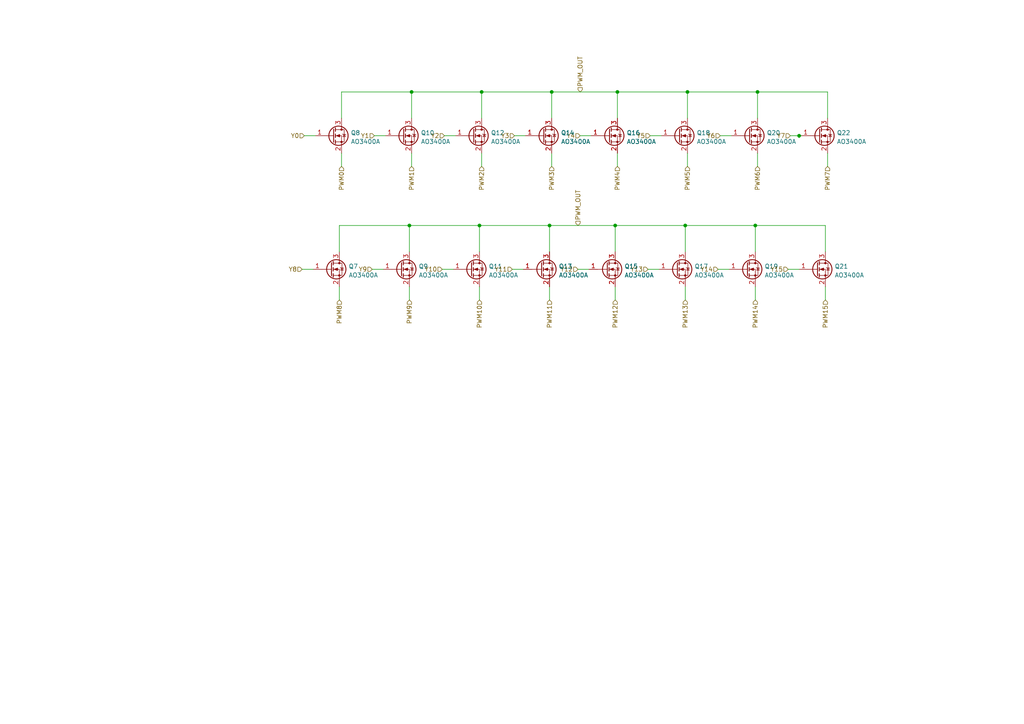
<source format=kicad_sch>
(kicad_sch (version 20211123) (generator eeschema)
  (paper "A4")
  (lib_symbols
    (symbol "Transistor_FET:AO3400A" (pin_names hide)
      (property "Reference" "Q" (at 5.08 1.905 0))
      (property "Value" "AO3400A" (at 5.08 0 0))
      (symbol "AO3400A_0_1"
        (polyline (pts (xy 0.254 0) (xy -2.54 0)))
        (polyline (pts (xy 0.254 1.905) (xy 0.254 -1.905)) (stroke (width 0.254)))
        (polyline (pts (xy 0.762 -1.27) (xy 0.762 -2.286)) (stroke (width 0.254)))
        (polyline (pts (xy 0.762 0.508) (xy 0.762 -0.508)) (stroke (width 0.254)))
        (polyline (pts (xy 0.762 2.286) (xy 0.762 1.27)) (stroke (width 0.254)))
        (polyline (pts (xy 2.54 2.54) (xy 2.54 1.778)))
        (polyline (pts (xy 2.54 -2.54) (xy 2.54 0) (xy 0.762 0)))
        (polyline (pts (xy 0.762 -1.778) (xy 3.302 -1.778) (xy 3.302 1.778) (xy 0.762 1.778)))
        (polyline (pts (xy 1.016 0) (xy 2.032 0.381) (xy 2.032 -0.381) (xy 1.016 0)) (fill (type outline)))
        (polyline (pts (xy 2.794 0.508) (xy 2.921 0.381) (xy 3.683 0.381) (xy 3.81 0.254)))
        (polyline (pts (xy 3.302 0.381) (xy 2.921 -0.254) (xy 3.683 -0.254) (xy 3.302 0.381)))
        (circle (center 1.651 0) (radius 2.794) (stroke (width 0.254)))
        (circle (center 2.54 -1.778) (radius 0.254) (fill (type outline)))
        (circle (center 2.54 1.778) (radius 0.254) (fill (type outline)))
      )
      (symbol "AO3400A_1_1"
        (pin input line (at -5.08 0 0) (length 2.54) (name "G") (number "1"))
        (pin passive line (at 2.54 -5.08 90) (length 2.54) (name "S") (number "2"))
        (pin passive line (at 2.54 5.08 270) (length 2.54) (name "D") (number "3"))
      )
    )
  )
  (junction (at 159.385 65.405))
  (junction (at 139.065 65.405))
  (junction (at 198.755 65.405))
  (junction (at 119.38 26.67))
  (junction (at 231.775 39.37))
  (junction (at 160.02 26.67))
  (junction (at 219.71 26.67))
  (junction (at 219.075 65.405))
  (junction (at 179.07 26.67))
  (junction (at 139.7 26.67))
  (junction (at 178.435 65.405))
  (junction (at 199.39 26.67))
  (junction (at 118.745 65.405))
  (wire (pts (xy 119.38 26.67) (xy 119.38 34.29)))
  (wire (pts (xy 228.6 78.105) (xy 231.775 78.105)))
  (wire (pts (xy 178.435 83.185) (xy 178.435 86.995)))
  (wire (pts (xy 199.39 44.45) (xy 199.39 48.26)))
  (wire (pts (xy 167.64 78.105) (xy 170.815 78.105)))
  (wire (pts (xy 187.96 78.105) (xy 191.135 78.105)))
  (wire (pts (xy 139.7 26.67) (xy 139.7 34.29)))
  (wire (pts (xy 118.745 65.405) (xy 118.745 73.025)))
  (wire (pts (xy 98.425 65.405) (xy 98.425 73.025)))
  (wire (pts (xy 119.38 44.45) (xy 119.38 48.26)))
  (wire (pts (xy 178.435 73.025) (xy 178.435 65.405)))
  (wire (pts (xy 160.02 26.67) (xy 179.07 26.67)))
  (wire (pts (xy 139.065 65.405) (xy 118.745 65.405)))
  (wire (pts (xy 118.745 83.185) (xy 118.745 86.995)))
  (wire (pts (xy 107.95 78.105) (xy 111.125 78.105)))
  (wire (pts (xy 148.59 78.105) (xy 151.765 78.105)))
  (wire (pts (xy 159.385 83.185) (xy 159.385 86.995)))
  (wire (pts (xy 219.71 44.45) (xy 219.71 48.26)))
  (wire (pts (xy 128.27 78.105) (xy 131.445 78.105)))
  (wire (pts (xy 179.07 34.29) (xy 179.07 26.67)))
  (wire (pts (xy 229.235 39.37) (xy 231.775 39.37)))
  (wire (pts (xy 108.585 39.37) (xy 111.76 39.37)))
  (wire (pts (xy 239.395 83.185) (xy 239.395 86.995)))
  (wire (pts (xy 87.63 78.105) (xy 90.805 78.105)))
  (wire (pts (xy 88.265 39.37) (xy 91.44 39.37)))
  (wire (pts (xy 199.39 34.29) (xy 199.39 26.67)))
  (wire (pts (xy 98.425 83.185) (xy 98.425 86.995)))
  (wire (pts (xy 139.7 26.67) (xy 119.38 26.67)))
  (wire (pts (xy 160.02 44.45) (xy 160.02 48.26)))
  (wire (pts (xy 219.075 73.025) (xy 219.075 65.405)))
  (wire (pts (xy 231.775 39.37) (xy 231.775 40.005)))
  (wire (pts (xy 99.06 26.67) (xy 99.06 34.29)))
  (wire (pts (xy 159.385 65.405) (xy 139.065 65.405)))
  (wire (pts (xy 240.03 44.45) (xy 240.03 48.26)))
  (wire (pts (xy 160.02 26.67) (xy 160.02 34.29)))
  (wire (pts (xy 160.02 26.67) (xy 139.7 26.67)))
  (wire (pts (xy 168.275 39.37) (xy 171.45 39.37)))
  (wire (pts (xy 239.395 65.405) (xy 219.075 65.405)))
  (wire (pts (xy 118.745 65.405) (xy 98.425 65.405)))
  (wire (pts (xy 219.075 65.405) (xy 198.755 65.405)))
  (wire (pts (xy 199.39 26.67) (xy 179.07 26.67)))
  (wire (pts (xy 128.905 39.37) (xy 132.08 39.37)))
  (wire (pts (xy 239.395 73.025) (xy 239.395 65.405)))
  (wire (pts (xy 188.595 39.37) (xy 191.77 39.37)))
  (wire (pts (xy 159.385 65.405) (xy 159.385 73.025)))
  (wire (pts (xy 139.065 83.185) (xy 139.065 86.995)))
  (wire (pts (xy 139.7 44.45) (xy 139.7 48.26)))
  (wire (pts (xy 208.915 39.37) (xy 212.09 39.37)))
  (wire (pts (xy 219.075 83.185) (xy 219.075 86.995)))
  (wire (pts (xy 149.225 39.37) (xy 152.4 39.37)))
  (wire (pts (xy 240.03 34.29) (xy 240.03 26.67)))
  (wire (pts (xy 240.03 26.67) (xy 219.71 26.67)))
  (wire (pts (xy 119.38 26.67) (xy 99.06 26.67)))
  (wire (pts (xy 219.71 26.67) (xy 199.39 26.67)))
  (wire (pts (xy 231.775 39.37) (xy 232.41 39.37)))
  (wire (pts (xy 179.07 44.45) (xy 179.07 48.26)))
  (wire (pts (xy 198.755 73.025) (xy 198.755 65.405)))
  (wire (pts (xy 198.755 65.405) (xy 178.435 65.405)))
  (wire (pts (xy 139.065 65.405) (xy 139.065 73.025)))
  (wire (pts (xy 159.385 65.405) (xy 178.435 65.405)))
  (wire (pts (xy 198.755 83.185) (xy 198.755 86.995)))
  (wire (pts (xy 99.06 44.45) (xy 99.06 48.26)))
  (wire (pts (xy 219.71 34.29) (xy 219.71 26.67)))
  (wire (pts (xy 208.28 78.105) (xy 211.455 78.105)))
  (hierarchical_label "Y0" (shape input) (at 88.265 39.37 180))
  (hierarchical_label "Y7" (shape input) (at 229.235 39.37 180))
  (hierarchical_label "PWM6" (shape input) (at 219.71 48.26 270))
  (hierarchical_label "PWM7" (shape input) (at 240.03 48.26 270))
  (hierarchical_label "Y5" (shape input) (at 188.595 39.37 180))
  (hierarchical_label "Y3" (shape input) (at 149.225 39.37 180))
  (hierarchical_label "PWM5" (shape input) (at 199.39 48.26 270))
  (hierarchical_label "PWM4" (shape input) (at 179.07 48.26 270))
  (hierarchical_label "PWM_OUT" (shape input) (at 168.275 26.67 90))
  (hierarchical_label "PWM2" (shape input) (at 139.7 48.26 270))
  (hierarchical_label "PWM_OUT" (shape input) (at 167.64 65.405 90))
  (hierarchical_label "Y1" (shape input) (at 108.585 39.37 180))
  (hierarchical_label "PWM13" (shape input) (at 198.755 86.995 270))
  (hierarchical_label "PWM0" (shape input) (at 99.06 48.26 270))
  (hierarchical_label "Y9" (shape input) (at 107.95 78.105 180))
  (hierarchical_label "Y12" (shape input) (at 167.64 78.105 180))
  (hierarchical_label "Y10" (shape input) (at 128.27 78.105 180))
  (hierarchical_label "PWM10" (shape input) (at 139.065 86.995 270))
  (hierarchical_label "Y15" (shape input) (at 228.6 78.105 180))
  (hierarchical_label "Y8" (shape input) (at 87.63 78.105 180))
  (hierarchical_label "PWM12" (shape input) (at 178.435 86.995 270))
  (hierarchical_label "Y6" (shape input) (at 208.915 39.37 180))
  (hierarchical_label "Y14" (shape input) (at 208.28 78.105 180))
  (hierarchical_label "Y2" (shape input) (at 128.905 39.37 180))
  (hierarchical_label "PWM1" (shape input) (at 119.38 48.26 270))
  (hierarchical_label "Y4" (shape input) (at 168.275 39.37 180))
  (hierarchical_label "PWM14" (shape input) (at 219.075 86.995 270))
  (hierarchical_label "PWM8" (shape input) (at 98.425 86.995 270))
  (hierarchical_label "Y11" (shape input) (at 148.59 78.105 180))
  (hierarchical_label "PWM11" (shape input) (at 159.385 86.995 270))
  (hierarchical_label "PWM9" (shape input) (at 118.745 86.995 270))
  (hierarchical_label "PWM15" (shape input) (at 239.395 86.995 270))
  (hierarchical_label "PWM3" (shape input) (at 160.02 48.26 270))
  (hierarchical_label "Y13" (shape input) (at 187.96 78.105 180))
  (symbol (lib_id "Transistor_FET:AO3400A") (at 175.895 78.105 0) (unit 1)
    (property "Reference" "Q15" (at 181.102 77.2703 0) (effects (justify left)))
    (property "Value" "AO3400A" (at 181.102 79.8072 0) (effects (justify left)))
    (property "Footprint" "Package_TO_SOT_SMD:SOT-23" (effects hide))
    (property "Datasheet" "http://www.aosmd.com/pdfs/datasheet/AO3400A.pdf" (effects hide))
  )
  (symbol (lib_id "Transistor_FET:AO3400A") (at 156.845 78.105 0) (unit 1)
    (property "Reference" "Q13" (at 162.052 77.2703 0) (effects (justify left)))
    (property "Value" "AO3400A" (at 162.052 79.8072 0) (effects (justify left)))
    (property "Footprint" "Package_TO_SOT_SMD:SOT-23" (effects hide))
    (property "Datasheet" "http://www.aosmd.com/pdfs/datasheet/AO3400A.pdf" (effects hide))
  )
  (symbol (lib_id "Transistor_FET:AO3400A") (at 136.525 78.105 0) (unit 1)
    (property "Reference" "Q11" (at 141.732 77.2703 0) (effects (justify left)))
    (property "Value" "AO3400A" (at 141.732 79.8072 0) (effects (justify left)))
    (property "Footprint" "Package_TO_SOT_SMD:SOT-23" (effects hide))
    (property "Datasheet" "http://www.aosmd.com/pdfs/datasheet/AO3400A.pdf" (effects hide))
  )
  (symbol (lib_id "Transistor_FET:AO3400A") (at 157.48 39.37 0) (unit 1)
    (property "Reference" "Q14" (at 162.687 38.5353 0) (effects (justify left)))
    (property "Value" "AO3400A" (at 162.687 41.0722 0) (effects (justify left)))
    (property "Footprint" "Package_TO_SOT_SMD:SOT-23" (effects hide))
    (property "Datasheet" "http://www.aosmd.com/pdfs/datasheet/AO3400A.pdf" (effects hide))
  )
  (symbol (lib_id "Transistor_FET:AO3400A") (at 116.84 39.37 0) (unit 1)
    (property "Reference" "Q10" (at 122.047 38.5353 0) (effects (justify left)))
    (property "Value" "AO3400A" (at 122.047 41.0722 0) (effects (justify left)))
    (property "Footprint" "Package_TO_SOT_SMD:SOT-23" (effects hide))
    (property "Datasheet" "http://www.aosmd.com/pdfs/datasheet/AO3400A.pdf" (effects hide))
  )
  (symbol (lib_id "Transistor_FET:AO3400A") (at 116.205 78.105 0) (unit 1)
    (property "Reference" "Q9" (at 121.412 77.2703 0) (effects (justify left)))
    (property "Value" "AO3400A" (at 121.412 79.8072 0) (effects (justify left)))
    (property "Footprint" "Package_TO_SOT_SMD:SOT-23" (effects hide))
    (property "Datasheet" "http://www.aosmd.com/pdfs/datasheet/AO3400A.pdf" (effects hide))
  )
  (symbol (lib_id "Transistor_FET:AO3400A") (at 237.49 39.37 0) (unit 1)
    (property "Reference" "Q22" (at 242.697 38.5353 0) (effects (justify left)))
    (property "Value" "AO3400A" (at 242.697 41.0722 0) (effects (justify left)))
    (property "Footprint" "Package_TO_SOT_SMD:SOT-23" (effects hide))
    (property "Datasheet" "http://www.aosmd.com/pdfs/datasheet/AO3400A.pdf" (effects hide))
  )
  (symbol (lib_id "Transistor_FET:AO3400A") (at 236.855 78.105 0) (unit 1)
    (property "Reference" "Q21" (at 242.062 77.2703 0) (effects (justify left)))
    (property "Value" "AO3400A" (at 242.062 79.8072 0) (effects (justify left)))
    (property "Footprint" "Package_TO_SOT_SMD:SOT-23" (effects hide))
    (property "Datasheet" "http://www.aosmd.com/pdfs/datasheet/AO3400A.pdf" (effects hide))
  )
  (symbol (lib_id "Transistor_FET:AO3400A") (at 196.85 39.37 0) (unit 1)
    (property "Reference" "Q18" (at 202.057 38.5353 0) (effects (justify left)))
    (property "Value" "AO3400A" (at 202.057 41.0722 0) (effects (justify left)))
    (property "Footprint" "Package_TO_SOT_SMD:SOT-23" (effects hide))
    (property "Datasheet" "http://www.aosmd.com/pdfs/datasheet/AO3400A.pdf" (effects hide))
  )
  (symbol (lib_id "Transistor_FET:AO3400A") (at 137.16 39.37 0) (unit 1)
    (property "Reference" "Q12" (at 142.367 38.5353 0) (effects (justify left)))
    (property "Value" "AO3400A" (at 142.367 41.0722 0) (effects (justify left)))
    (property "Footprint" "Package_TO_SOT_SMD:SOT-23" (effects hide))
    (property "Datasheet" "http://www.aosmd.com/pdfs/datasheet/AO3400A.pdf" (effects hide))
  )
  (symbol (lib_id "Transistor_FET:AO3400A") (at 196.215 78.105 0) (unit 1)
    (property "Reference" "Q17" (at 201.422 77.2703 0) (effects (justify left)))
    (property "Value" "AO3400A" (at 201.422 79.8072 0) (effects (justify left)))
    (property "Footprint" "Package_TO_SOT_SMD:SOT-23" (effects hide))
    (property "Datasheet" "http://www.aosmd.com/pdfs/datasheet/AO3400A.pdf" (effects hide))
  )
  (symbol (lib_id "Transistor_FET:AO3400A") (at 216.535 78.105 0) (unit 1)
    (property "Reference" "Q19" (at 221.742 77.2703 0) (effects (justify left)))
    (property "Value" "AO3400A" (at 221.742 79.8072 0) (effects (justify left)))
    (property "Footprint" "Package_TO_SOT_SMD:SOT-23" (effects hide))
    (property "Datasheet" "http://www.aosmd.com/pdfs/datasheet/AO3400A.pdf" (effects hide))
  )
  (symbol (lib_id "Transistor_FET:AO3400A") (at 217.17 39.37 0) (unit 1)
    (property "Reference" "Q20" (at 222.377 38.5353 0) (effects (justify left)))
    (property "Value" "AO3400A" (at 222.377 41.0722 0) (effects (justify left)))
    (property "Footprint" "Package_TO_SOT_SMD:SOT-23" (effects hide))
    (property "Datasheet" "http://www.aosmd.com/pdfs/datasheet/AO3400A.pdf" (effects hide))
  )
  (symbol (lib_id "Transistor_FET:AO3400A") (at 96.52 39.37 0) (unit 1)
    (property "Reference" "Q8" (at 101.727 38.5353 0) (effects (justify left)))
    (property "Value" "AO3400A" (at 101.727 41.0722 0) (effects (justify left)))
    (property "Footprint" "Package_TO_SOT_SMD:SOT-23" (effects hide))
    (property "Datasheet" "http://www.aosmd.com/pdfs/datasheet/AO3400A.pdf" (effects hide))
  )
  (symbol (lib_id "Transistor_FET:AO3400A") (at 95.885 78.105 0) (unit 1)
    (property "Reference" "Q7" (at 101.092 77.2703 0) (effects (justify left)))
    (property "Value" "AO3400A" (at 101.092 79.8072 0) (effects (justify left)))
    (property "Footprint" "Package_TO_SOT_SMD:SOT-23" (effects hide))
    (property "Datasheet" "http://www.aosmd.com/pdfs/datasheet/AO3400A.pdf" (effects hide))
  )
  (symbol (lib_id "Transistor_FET:AO3400A") (at 176.53 39.37 0) (unit 1)
    (property "Reference" "Q16" (at 181.737 38.5353 0) (effects (justify left)))
    (property "Value" "AO3400A" (at 181.737 41.0722 0) (effects (justify left)))
    (property "Footprint" "Package_TO_SOT_SMD:SOT-23" (effects hide))
    (property "Datasheet" "http://www.aosmd.com/pdfs/datasheet/AO3400A.pdf" (effects hide))
  )
)
</source>
